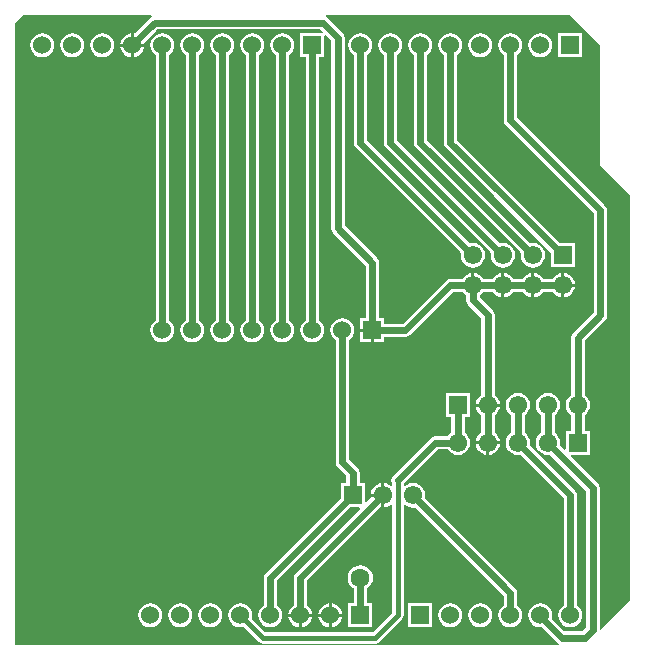
<source format=gtl>
%FSDAX43Y43*%
%MOMM*%
%SFA1B1*%

%IPPOS*%
%ADD10C,0.599999*%
%ADD11C,0.449999*%
%ADD12C,0.253999*%
%ADD13C,1.599997*%
%ADD14R,1.523997X1.523997*%
%ADD15C,1.523997*%
%ADD16C,1.549997*%
%ADD17R,1.549997X1.549997*%
%LNarduinounoshield-1*%
%LPD*%
G36*
X0096520Y0082042D02*
Y0071882D01*
X0099060Y0069342*
Y0035052*
X0096576Y0032568*
X0096449Y0032620*
Y0044577*
X0096406Y0044792*
X0096283Y0044975*
X0094019Y0047240*
X0094068Y0047357*
X0095643*
Y0049415*
X0095179*
Y0050697*
X0095348Y0050827*
X0095513Y0051042*
X0095617Y0051292*
X0095652Y0051562*
X0095617Y0051830*
X0095513Y0052080*
X0095348Y0052295*
X0095179Y0052425*
Y0057042*
X0096918Y0058782*
X0097041Y0058965*
X0097084Y0059182*
Y0068072*
X0097041Y0068287*
X0096918Y0068470*
X0089464Y0075925*
Y0081194*
X0089624Y0081316*
X0089786Y0081529*
X0089889Y0081776*
X0089924Y0082042*
X0089889Y0082306*
X0089786Y0082553*
X0089624Y0082766*
X0089411Y0082928*
X0089164Y0083031*
X0088900Y0083066*
X0088634Y0083031*
X0088387Y0082928*
X0088174Y0082766*
X0088012Y0082553*
X0087909Y0082306*
X0087874Y0082042*
X0087909Y0081776*
X0088012Y0081529*
X0088174Y0081316*
X0088334Y0081194*
Y0075692*
X0088377Y0075475*
X0088500Y0075292*
X0095954Y0067837*
Y0059415*
X0094215Y0057675*
X0094092Y0057492*
X0094049Y0057277*
Y0052425*
X0093880Y0052295*
X0093715Y0052080*
X0093611Y0051830*
X0093576Y0051562*
X0093611Y0051292*
X0093715Y0051042*
X0093880Y0050827*
X0094049Y0050697*
Y0049415*
X0093585*
Y0047840*
X0093468Y0047791*
X0093084Y0048175*
X0093112Y0048387*
X0093077Y0048655*
X0092973Y0048905*
X0092808Y0049120*
X0092639Y0049250*
Y0050697*
X0092808Y0050827*
X0092973Y0051042*
X0093077Y0051292*
X0093112Y0051562*
X0093077Y0051830*
X0092973Y0052080*
X0092808Y0052295*
X0092593Y0052460*
X0092343Y0052564*
X0092075Y0052599*
X0091805Y0052564*
X0091555Y0052460*
X0091340Y0052295*
X0091175Y0052080*
X0091071Y0051830*
X0091036Y0051562*
X0091071Y0051292*
X0091175Y0051042*
X0091340Y0050827*
X0091509Y0050697*
Y0049250*
X0091340Y0049120*
X0091175Y0048905*
X0091071Y0048655*
X0091036Y0048387*
X0091071Y0048117*
X0091175Y0047867*
X0091340Y0047652*
X0091555Y0047487*
X0091805Y0047383*
X0092075Y0047348*
X0092285Y0047376*
X0095319Y0044342*
Y0032745*
X0095015Y0032441*
X0093475*
X0092420Y0033495*
X0092429Y0033516*
X0092464Y0033782*
X0092429Y0034046*
X0092326Y0034293*
X0092164Y0034506*
X0091951Y0034668*
X0091704Y0034771*
X0091440Y0034806*
X0091174Y0034771*
X0090927Y0034668*
X0090714Y0034506*
X0090552Y0034293*
X0090449Y0034046*
X0090414Y0033782*
X0090449Y0033516*
X0090552Y0033269*
X0090714Y0033056*
X0090927Y0032894*
X0091174Y0032791*
X0091440Y0032756*
X0091547Y0032770*
X0092841Y0031477*
X0093004Y0031369*
X0092995Y0031274*
X0092983Y0031242*
X0046990*
Y0083947*
X0047625Y0084582*
X0058512*
X0058525Y0084548*
X0058534Y0084455*
X0058371Y0084345*
X0058020Y0083994*
X0057960Y0083905*
X0057095Y0083039*
X0057023Y0083049*
Y0082169*
X0057903*
X0057893Y0082241*
X0058818Y0083166*
X0058878Y0083255*
X0059004Y0083381*
X0072790*
X0072997Y0083174*
X0072948Y0083058*
X0071120*
Y0081026*
X0071570*
Y0058758*
X0071410Y0058636*
X0071248Y0058423*
X0071145Y0058176*
X0071110Y0057912*
X0071145Y0057646*
X0071248Y0057399*
X0071410Y0057186*
X0071623Y0057024*
X0071870Y0056921*
X0072136Y0056886*
X0072400Y0056921*
X0072647Y0057024*
X0072860Y0057186*
X0073022Y0057399*
X0073125Y0057646*
X0073160Y0057912*
X0073125Y0058176*
X0073022Y0058423*
X0072860Y0058636*
X0072700Y0058758*
Y0081026*
X0073152*
Y0082854*
X0073268Y0082903*
X0073729Y0082442*
Y0066548*
X0073772Y0066331*
X0073895Y0066148*
X0076650Y0063392*
Y0058928*
X0076200*
Y0058039*
X0077216*
Y0057912*
X0077343*
Y0056896*
X0078232*
Y0057346*
X0080010*
X0080225Y0057389*
X0080408Y0057512*
X0084053Y0061156*
X0084860*
X0084990Y0060987*
X0085159Y0060857*
Y0060452*
X0085202Y0060235*
X0085325Y0060052*
X0086429Y0058947*
Y0052425*
X0086260Y0052295*
X0086095Y0052080*
X0085991Y0051830*
X0085973Y0051689*
X0088015*
X0087997Y0051830*
X0087893Y0052080*
X0087728Y0052295*
X0087559Y0052425*
Y0059182*
X0087516Y0059397*
X0087393Y0059580*
X0086289Y0060685*
Y0060857*
X0086458Y0060987*
X0086588Y0061156*
X0087400*
X0087530Y0060987*
X0087745Y0060822*
X0087995Y0060718*
X0088138Y0060700*
Y0061722*
Y0062742*
X0087995Y0062724*
X0087745Y0062620*
X0087530Y0062455*
X0087400Y0062286*
X0086588*
X0086458Y0062455*
X0086243Y0062620*
X0085993Y0062724*
X0085852Y0062742*
Y0061722*
X0085598*
Y0062742*
X0085455Y0062724*
X0085205Y0062620*
X0084990Y0062455*
X0084860Y0062286*
X0083820*
X0083603Y0062243*
X0083420Y0062120*
X0079775Y0058476*
X0078232*
Y0058928*
X0077780*
Y0063627*
X0077737Y0063842*
X0077614Y0064025*
X0074859Y0066781*
Y0082677*
X0074816Y0082892*
X0074693Y0083075*
X0073423Y0084345*
X0073261Y0084455*
X0073270Y0084548*
X0073282Y0084582*
X0093980*
X0096520Y0082042*
G37*
%LNarduinounoshield-2*%
%LPC*%
G36*
X0056769Y0083049D02*
X0056630Y0083031D01*
X0056383Y0082928*
X0056170Y0082766*
X0056008Y0082553*
X0055905Y0082306*
X0055887Y0082169*
X0056769*
Y0083049*
G37*
G36*
X0057903Y0081915D02*
X0057023D01*
Y0081033*
X0057160Y0081051*
X0057407Y0081154*
X0057620Y0081316*
X0057782Y0081529*
X0057885Y0081776*
X0057903Y0081915*
G37*
G36*
X0056769D02*
X0055887D01*
X0055905Y0081776*
X0056008Y0081529*
X0056170Y0081316*
X0056383Y0081154*
X0056630Y0081051*
X0056769Y0081033*
Y0081915*
G37*
G36*
X0094996Y0083058D02*
X0092964D01*
Y0081026*
X0094996*
Y0083058*
G37*
G36*
X0091440Y0083066D02*
X0091174Y0083031D01*
X0090927Y0082928*
X0090714Y0082766*
X0090552Y0082553*
X0090449Y0082306*
X0090414Y0082042*
X0090449Y0081776*
X0090552Y0081529*
X0090714Y0081316*
X0090927Y0081154*
X0091174Y0081051*
X0091440Y0081016*
X0091704Y0081051*
X0091951Y0081154*
X0092164Y0081316*
X0092326Y0081529*
X0092429Y0081776*
X0092464Y0082042*
X0092429Y0082306*
X0092326Y0082553*
X0092164Y0082766*
X0091951Y0082928*
X0091704Y0083031*
X0091440Y0083066*
G37*
G36*
X0086360D02*
X0086094Y0083031D01*
X0085847Y0082928*
X0085634Y0082766*
X0085472Y0082553*
X0085369Y0082306*
X0085334Y0082042*
X0085369Y0081776*
X0085472Y0081529*
X0085634Y0081316*
X0085847Y0081154*
X0086094Y0081051*
X0086360Y0081016*
X0086624Y0081051*
X0086871Y0081154*
X0087084Y0081316*
X0087246Y0081529*
X0087349Y0081776*
X0087384Y0082042*
X0087349Y0082306*
X0087246Y0082553*
X0087084Y0082766*
X0086871Y0082928*
X0086624Y0083031*
X0086360Y0083066*
G37*
G36*
X0054356D02*
X0054090Y0083031D01*
X0053843Y0082928*
X0053630Y0082766*
X0053468Y0082553*
X0053365Y0082306*
X0053330Y0082042*
X0053365Y0081776*
X0053468Y0081529*
X0053630Y0081316*
X0053843Y0081154*
X0054090Y0081051*
X0054356Y0081016*
X0054620Y0081051*
X0054867Y0081154*
X0055080Y0081316*
X0055242Y0081529*
X0055345Y0081776*
X0055380Y0082042*
X0055345Y0082306*
X0055242Y0082553*
X0055080Y0082766*
X0054867Y0082928*
X0054620Y0083031*
X0054356Y0083066*
G37*
G36*
X0051816D02*
X0051550Y0083031D01*
X0051303Y0082928*
X0051090Y0082766*
X0050928Y0082553*
X0050825Y0082306*
X0050790Y0082042*
X0050825Y0081776*
X0050928Y0081529*
X0051090Y0081316*
X0051303Y0081154*
X0051550Y0081051*
X0051816Y0081016*
X0052080Y0081051*
X0052327Y0081154*
X0052540Y0081316*
X0052702Y0081529*
X0052805Y0081776*
X0052840Y0082042*
X0052805Y0082306*
X0052702Y0082553*
X0052540Y0082766*
X0052327Y0082928*
X0052080Y0083031*
X0051816Y0083066*
G37*
G36*
X0049276D02*
X0049010Y0083031D01*
X0048763Y0082928*
X0048550Y0082766*
X0048388Y0082553*
X0048285Y0082306*
X0048250Y0082042*
X0048285Y0081776*
X0048388Y0081529*
X0048550Y0081316*
X0048763Y0081154*
X0049010Y0081051*
X0049276Y0081016*
X0049540Y0081051*
X0049787Y0081154*
X0050000Y0081316*
X0050162Y0081529*
X0050265Y0081776*
X0050300Y0082042*
X0050265Y0082306*
X0050162Y0082553*
X0050000Y0082766*
X0049787Y0082928*
X0049540Y0083031*
X0049276Y0083066*
G37*
G36*
X0083820D02*
X0083554Y0083031D01*
X0083307Y0082928*
X0083094Y0082766*
X0082932Y0082553*
X0082829Y0082306*
X0082794Y0082042*
X0082829Y0081776*
X0082932Y0081529*
X0083094Y0081316*
X0083254Y0081194*
Y0073787*
X0083297Y0073570*
X0083420Y0073387*
X0087547Y0069259*
X0092315Y0064491*
Y0063232*
X0094373*
Y0065290*
X0093114*
X0088346Y0070058*
X0084384Y0074020*
Y0081194*
X0084544Y0081316*
X0084706Y0081529*
X0084809Y0081776*
X0084844Y0082042*
X0084809Y0082306*
X0084706Y0082553*
X0084544Y0082766*
X0084331Y0082928*
X0084084Y0083031*
X0083820Y0083066*
G37*
G36*
X0081280D02*
X0081014Y0083031D01*
X0080767Y0082928*
X0080554Y0082766*
X0080392Y0082553*
X0080289Y0082306*
X0080254Y0082042*
X0080289Y0081776*
X0080392Y0081529*
X0080554Y0081316*
X0080714Y0081194*
Y0073787*
X0080757Y0073570*
X0080880Y0073387*
X0089794Y0064472*
X0089766Y0064262*
X0089801Y0063992*
X0089905Y0063742*
X0090070Y0063527*
X0090285Y0063362*
X0090535Y0063258*
X0090805Y0063223*
X0091073Y0063258*
X0091323Y0063362*
X0091538Y0063527*
X0091703Y0063742*
X0091807Y0063992*
X0091842Y0064262*
X0091807Y0064530*
X0091703Y0064780*
X0091538Y0064995*
X0091323Y0065160*
X0091073Y0065264*
X0090805Y0065299*
X0090593Y0065271*
X0081844Y0074020*
Y0081194*
X0082004Y0081316*
X0082166Y0081529*
X0082269Y0081776*
X0082304Y0082042*
X0082269Y0082306*
X0082166Y0082553*
X0082004Y0082766*
X0081791Y0082928*
X0081544Y0083031*
X0081280Y0083066*
G37*
G36*
X0078740D02*
X0078474Y0083031D01*
X0078227Y0082928*
X0078014Y0082766*
X0077852Y0082553*
X0077749Y0082306*
X0077714Y0082042*
X0077749Y0081776*
X0077852Y0081529*
X0078014Y0081316*
X0078174Y0081194*
Y0073787*
X0078217Y0073570*
X0078340Y0073387*
X0087254Y0064472*
X0087226Y0064262*
X0087261Y0063992*
X0087365Y0063742*
X0087530Y0063527*
X0087745Y0063362*
X0087995Y0063258*
X0088265Y0063223*
X0088533Y0063258*
X0088783Y0063362*
X0088998Y0063527*
X0089163Y0063742*
X0089267Y0063992*
X0089302Y0064262*
X0089267Y0064530*
X0089163Y0064780*
X0088998Y0064995*
X0088783Y0065160*
X0088533Y0065264*
X0088265Y0065299*
X0088053Y0065271*
X0079304Y0074020*
Y0081194*
X0079464Y0081316*
X0079626Y0081529*
X0079729Y0081776*
X0079764Y0082042*
X0079729Y0082306*
X0079626Y0082553*
X0079464Y0082766*
X0079251Y0082928*
X0079004Y0083031*
X0078740Y0083066*
G37*
G36*
X0076200D02*
X0075934Y0083031D01*
X0075687Y0082928*
X0075474Y0082766*
X0075312Y0082553*
X0075209Y0082306*
X0075174Y0082042*
X0075209Y0081776*
X0075312Y0081529*
X0075474Y0081316*
X0075634Y0081194*
Y0073787*
X0075677Y0073570*
X0075800Y0073387*
X0084714Y0064472*
X0084686Y0064262*
X0084721Y0063992*
X0084825Y0063742*
X0084990Y0063527*
X0085205Y0063362*
X0085455Y0063258*
X0085725Y0063223*
X0085993Y0063258*
X0086243Y0063362*
X0086458Y0063527*
X0086623Y0063742*
X0086727Y0063992*
X0086762Y0064262*
X0086727Y0064530*
X0086623Y0064780*
X0086458Y0064995*
X0086243Y0065160*
X0085993Y0065264*
X0085725Y0065299*
X0085513Y0065271*
X0076764Y0074020*
Y0081194*
X0076924Y0081316*
X0077086Y0081529*
X0077189Y0081776*
X0077224Y0082042*
X0077189Y0082306*
X0077086Y0082553*
X0076924Y0082766*
X0076711Y0082928*
X0076464Y0083031*
X0076200Y0083066*
G37*
G36*
X0093218Y0062742D02*
X0093075Y0062724D01*
X0092825Y0062620*
X0092610Y0062455*
X0092480Y0062286*
X0091668*
X0091538Y0062455*
X0091323Y0062620*
X0091073Y0062724*
X0090932Y0062742*
Y0061722*
Y0060700*
X0091073Y0060718*
X0091323Y0060822*
X0091538Y0060987*
X0091668Y0061156*
X0092480*
X0092610Y0060987*
X0092825Y0060822*
X0093075Y0060718*
X0093218Y0060700*
Y0061722*
Y0062742*
G37*
G36*
X0090678D02*
X0090535Y0062724D01*
X0090285Y0062620*
X0090070Y0062455*
X0089940Y0062286*
X0089128*
X0088998Y0062455*
X0088783Y0062620*
X0088533Y0062724*
X0088392Y0062742*
Y0061722*
Y0060700*
X0088533Y0060718*
X0088783Y0060822*
X0088998Y0060987*
X0089128Y0061156*
X0089940*
X0090070Y0060987*
X0090285Y0060822*
X0090535Y0060718*
X0090678Y0060700*
Y0061722*
Y0062742*
G37*
G36*
X0093472D02*
Y0061849D01*
X0094365*
X0094347Y0061990*
X0094243Y0062240*
X0094078Y0062455*
X0093863Y0062620*
X0093613Y0062724*
X0093472Y0062742*
G37*
G36*
X0094365Y0061595D02*
X0093472D01*
Y0060700*
X0093613Y0060718*
X0093863Y0060822*
X0094078Y0060987*
X0094243Y0061202*
X0094347Y0061452*
X0094365Y0061595*
G37*
G36*
X0077089Y0057785D02*
X0076200D01*
Y0056896*
X0077089*
Y0057785*
G37*
G36*
X0069596Y0083066D02*
X0069330Y0083031D01*
X0069083Y0082928*
X0068870Y0082766*
X0068708Y0082553*
X0068605Y0082306*
X0068570Y0082042*
X0068605Y0081776*
X0068708Y0081529*
X0068870Y0081316*
X0069030Y0081194*
Y0058758*
X0068870Y0058636*
X0068708Y0058423*
X0068605Y0058176*
X0068570Y0057912*
X0068605Y0057646*
X0068708Y0057399*
X0068870Y0057186*
X0069083Y0057024*
X0069330Y0056921*
X0069596Y0056886*
X0069860Y0056921*
X0070107Y0057024*
X0070320Y0057186*
X0070482Y0057399*
X0070585Y0057646*
X0070620Y0057912*
X0070585Y0058176*
X0070482Y0058423*
X0070320Y0058636*
X0070160Y0058758*
Y0081194*
X0070320Y0081316*
X0070482Y0081529*
X0070585Y0081776*
X0070620Y0082042*
X0070585Y0082306*
X0070482Y0082553*
X0070320Y0082766*
X0070107Y0082928*
X0069860Y0083031*
X0069596Y0083066*
G37*
G36*
X0067056D02*
X0066790Y0083031D01*
X0066543Y0082928*
X0066330Y0082766*
X0066168Y0082553*
X0066065Y0082306*
X0066030Y0082042*
X0066065Y0081776*
X0066168Y0081529*
X0066330Y0081316*
X0066490Y0081194*
Y0058758*
X0066330Y0058636*
X0066168Y0058423*
X0066065Y0058176*
X0066030Y0057912*
X0066065Y0057646*
X0066168Y0057399*
X0066330Y0057186*
X0066543Y0057024*
X0066790Y0056921*
X0067056Y0056886*
X0067320Y0056921*
X0067567Y0057024*
X0067780Y0057186*
X0067942Y0057399*
X0068045Y0057646*
X0068080Y0057912*
X0068045Y0058176*
X0067942Y0058423*
X0067780Y0058636*
X0067620Y0058758*
Y0081194*
X0067780Y0081316*
X0067942Y0081529*
X0068045Y0081776*
X0068080Y0082042*
X0068045Y0082306*
X0067942Y0082553*
X0067780Y0082766*
X0067567Y0082928*
X0067320Y0083031*
X0067056Y0083066*
G37*
G36*
X0064516D02*
X0064250Y0083031D01*
X0064003Y0082928*
X0063790Y0082766*
X0063628Y0082553*
X0063525Y0082306*
X0063490Y0082042*
X0063525Y0081776*
X0063628Y0081529*
X0063790Y0081316*
X0063950Y0081194*
Y0058758*
X0063790Y0058636*
X0063628Y0058423*
X0063525Y0058176*
X0063490Y0057912*
X0063525Y0057646*
X0063628Y0057399*
X0063790Y0057186*
X0064003Y0057024*
X0064250Y0056921*
X0064516Y0056886*
X0064780Y0056921*
X0065027Y0057024*
X0065240Y0057186*
X0065402Y0057399*
X0065505Y0057646*
X0065540Y0057912*
X0065505Y0058176*
X0065402Y0058423*
X0065240Y0058636*
X0065080Y0058758*
Y0081194*
X0065240Y0081316*
X0065402Y0081529*
X0065505Y0081776*
X0065540Y0082042*
X0065505Y0082306*
X0065402Y0082553*
X0065240Y0082766*
X0065027Y0082928*
X0064780Y0083031*
X0064516Y0083066*
G37*
G36*
X0061976D02*
X0061710Y0083031D01*
X0061463Y0082928*
X0061250Y0082766*
X0061088Y0082553*
X0060985Y0082306*
X0060950Y0082042*
X0060985Y0081776*
X0061088Y0081529*
X0061250Y0081316*
X0061410Y0081194*
Y0058758*
X0061250Y0058636*
X0061088Y0058423*
X0060985Y0058176*
X0060950Y0057912*
X0060985Y0057646*
X0061088Y0057399*
X0061250Y0057186*
X0061463Y0057024*
X0061710Y0056921*
X0061976Y0056886*
X0062240Y0056921*
X0062487Y0057024*
X0062700Y0057186*
X0062862Y0057399*
X0062965Y0057646*
X0063000Y0057912*
X0062965Y0058176*
X0062862Y0058423*
X0062700Y0058636*
X0062540Y0058758*
Y0081194*
X0062700Y0081316*
X0062862Y0081529*
X0062965Y0081776*
X0063000Y0082042*
X0062965Y0082306*
X0062862Y0082553*
X0062700Y0082766*
X0062487Y0082928*
X0062240Y0083031*
X0061976Y0083066*
G37*
G36*
X0059436D02*
X0059170Y0083031D01*
X0058923Y0082928*
X0058710Y0082766*
X0058548Y0082553*
X0058445Y0082306*
X0058410Y0082042*
X0058445Y0081776*
X0058548Y0081529*
X0058710Y0081316*
X0058870Y0081194*
Y0058758*
X0058710Y0058636*
X0058548Y0058423*
X0058445Y0058176*
X0058410Y0057912*
X0058445Y0057646*
X0058548Y0057399*
X0058710Y0057186*
X0058923Y0057024*
X0059170Y0056921*
X0059436Y0056886*
X0059700Y0056921*
X0059947Y0057024*
X0060160Y0057186*
X0060322Y0057399*
X0060425Y0057646*
X0060460Y0057912*
X0060425Y0058176*
X0060322Y0058423*
X0060160Y0058636*
X0060000Y0058758*
Y0081194*
X0060160Y0081316*
X0060322Y0081529*
X0060425Y0081776*
X0060460Y0082042*
X0060425Y0082306*
X0060322Y0082553*
X0060160Y0082766*
X0059947Y0082928*
X0059700Y0083031*
X0059436Y0083066*
G37*
G36*
X0085483Y0052590D02*
X0083425D01*
Y0050532*
X0083889*
Y0049250*
X0083720Y0049120*
X0083590Y0048951*
X0082550*
X0082333Y0048908*
X0082150Y0048785*
X0078975Y0045610*
X0078852Y0045427*
X0078809Y0045212*
X0078852Y0044995*
X0078886Y0044945*
Y0044798*
X0078759Y0044736*
X0078623Y0044840*
X0078373Y0044944*
X0078232Y0044962*
Y0043942*
Y0042920*
X0078373Y0042938*
X0078623Y0043042*
X0078759Y0043146*
X0078886Y0043084*
Y0033983*
X0077267Y0032364*
X0068146*
X0067019Y0033492*
X0067029Y0033516*
X0067064Y0033782*
X0067029Y0034046*
X0066926Y0034293*
X0066764Y0034506*
X0066551Y0034668*
X0066304Y0034771*
X0066040Y0034806*
X0065774Y0034771*
X0065527Y0034668*
X0065314Y0034506*
X0065152Y0034293*
X0065049Y0034046*
X0065014Y0033782*
X0065049Y0033516*
X0065152Y0033269*
X0065314Y0033056*
X0065527Y0032894*
X0065774Y0032791*
X0066040Y0032756*
X0066304Y0032791*
X0066328Y0032801*
X0067599Y0031531*
X0067757Y0031425*
X0067945Y0031388*
X0077470*
X0077656Y0031425*
X0077814Y0031531*
X0079719Y0033436*
X0079825Y0033594*
X0079862Y0033782*
Y0043084*
X0079989Y0043146*
X0080125Y0043042*
X0080375Y0042938*
X0080645Y0042903*
X0080855Y0042931*
X0088334Y0035452*
Y0034628*
X0088174Y0034506*
X0088012Y0034293*
X0087909Y0034046*
X0087874Y0033782*
X0087909Y0033516*
X0088012Y0033269*
X0088174Y0033056*
X0088387Y0032894*
X0088634Y0032791*
X0088900Y0032756*
X0089164Y0032791*
X0089411Y0032894*
X0089624Y0033056*
X0089786Y0033269*
X0089889Y0033516*
X0089924Y0033782*
X0089889Y0034046*
X0089786Y0034293*
X0089624Y0034506*
X0089464Y0034628*
Y0035687*
X0089421Y0035902*
X0089298Y0036085*
X0081654Y0043730*
X0081682Y0043942*
X0081647Y0044210*
X0081543Y0044460*
X0081378Y0044675*
X0081163Y0044840*
X0080913Y0044944*
X0080645Y0044979*
X0080375Y0044944*
X0080125Y0044840*
X0080000Y0044744*
X0079889Y0044796*
X0079877Y0044915*
X0082783Y0047821*
X0083590*
X0083720Y0047652*
X0083935Y0047487*
X0084185Y0047383*
X0084455Y0047348*
X0084723Y0047383*
X0084973Y0047487*
X0085188Y0047652*
X0085353Y0047867*
X0085457Y0048117*
X0085492Y0048387*
X0085457Y0048655*
X0085353Y0048905*
X0085188Y0049120*
X0085019Y0049250*
Y0050532*
X0085483*
Y0052590*
G37*
G36*
X0088015Y0051435D02*
X0085973D01*
X0085991Y0051292*
X0086095Y0051042*
X0086260Y0050827*
X0086429Y0050697*
Y0049250*
X0086260Y0049120*
X0086095Y0048905*
X0085991Y0048655*
X0085973Y0048514*
X0086995*
X0088015*
X0087997Y0048655*
X0087893Y0048905*
X0087728Y0049120*
X0087559Y0049250*
Y0050697*
X0087728Y0050827*
X0087893Y0051042*
X0087997Y0051292*
X0088015Y0051435*
G37*
G36*
Y0048260D02*
X0087122D01*
Y0047365*
X0087263Y0047383*
X0087513Y0047487*
X0087728Y0047652*
X0087893Y0047867*
X0087997Y0048117*
X0088015Y0048260*
G37*
G36*
X0086868D02*
X0085973D01*
X0085991Y0048117*
X0086095Y0047867*
X0086260Y0047652*
X0086475Y0047487*
X0086725Y0047383*
X0086868Y0047365*
Y0048260*
G37*
G36*
X0077978Y0044962D02*
X0077835Y0044944D01*
X0077585Y0044840*
X0077370Y0044675*
X0077205Y0044460*
X0077101Y0044210*
X0077083Y0044069*
X0077978*
Y0044962*
G37*
G36*
X0074676Y0058936D02*
X0074410Y0058901D01*
X0074163Y0058798*
X0073950Y0058636*
X0073788Y0058423*
X0073685Y0058176*
X0073650Y0057912*
X0073685Y0057646*
X0073788Y0057399*
X0073950Y0057186*
X0074110Y0057064*
Y0046736*
X0074153Y0046519*
X0074276Y0046336*
X0074999Y0045612*
Y0044970*
X0074535*
Y0043711*
X0068180Y0037355*
X0068057Y0037172*
X0068014Y0036957*
Y0034628*
X0067854Y0034506*
X0067692Y0034293*
X0067589Y0034046*
X0067554Y0033782*
X0067589Y0033516*
X0067692Y0033269*
X0067854Y0033056*
X0068067Y0032894*
X0068314Y0032791*
X0068580Y0032756*
X0068844Y0032791*
X0069091Y0032894*
X0069304Y0033056*
X0069466Y0033269*
X0069569Y0033516*
X0069604Y0033782*
X0069569Y0034046*
X0069466Y0034293*
X0069304Y0034506*
X0069144Y0034628*
Y0036722*
X0075334Y0042912*
X0076110*
X0076159Y0042795*
X0070720Y0037355*
X0070597Y0037172*
X0070554Y0036957*
Y0034628*
X0070394Y0034506*
X0070232Y0034293*
X0070129Y0034046*
X0070111Y0033909*
X0071120*
X0072127*
X0072109Y0034046*
X0072006Y0034293*
X0071844Y0034506*
X0071684Y0034628*
Y0036722*
X0077893Y0042931*
X0077978Y0042920*
Y0043815*
X0077083*
X0077094Y0043730*
X0076710Y0043346*
X0076593Y0043395*
Y0044970*
X0076129*
Y0045847*
X0076086Y0046062*
X0075963Y0046245*
X0075240Y0046969*
Y0057064*
X0075400Y0057186*
X0075562Y0057399*
X0075665Y0057646*
X0075700Y0057912*
X0075665Y0058176*
X0075562Y0058423*
X0075400Y0058636*
X0075187Y0058798*
X0074940Y0058901*
X0074676Y0058936*
G37*
G36*
X0073787Y0034789D02*
Y0033909D01*
X0074667*
X0074649Y0034046*
X0074546Y0034293*
X0074384Y0034506*
X0074171Y0034668*
X0073924Y0034771*
X0073787Y0034789*
G37*
G36*
X0073533D02*
X0073394Y0034771D01*
X0073147Y0034668*
X0072934Y0034506*
X0072772Y0034293*
X0072669Y0034046*
X0072651Y0033909*
X0073533*
Y0034789*
G37*
G36*
X0074667Y0033655D02*
X0073787D01*
Y0032773*
X0073924Y0032791*
X0074171Y0032894*
X0074384Y0033056*
X0074546Y0033269*
X0074649Y0033516*
X0074667Y0033655*
G37*
G36*
X0072127D02*
X0071247D01*
Y0032773*
X0071384Y0032791*
X0071631Y0032894*
X0071844Y0033056*
X0072006Y0033269*
X0072109Y0033516*
X0072127Y0033655*
G37*
G36*
X0073533D02*
X0072651D01*
X0072669Y0033516*
X0072772Y0033269*
X0072934Y0033056*
X0073147Y0032894*
X0073394Y0032791*
X0073533Y0032773*
Y0033655*
G37*
G36*
X0070993D02*
X0070111D01*
X0070129Y0033516*
X0070232Y0033269*
X0070394Y0033056*
X0070607Y0032894*
X0070854Y0032791*
X0070993Y0032773*
Y0033655*
G37*
G36*
X0082296Y0034798D02*
X0080264D01*
Y0032766*
X0082296*
Y0034798*
G37*
G36*
X0076200Y0038019D02*
X0075924Y0037983D01*
X0075667Y0037877*
X0075447Y0037708*
X0075278Y0037488*
X0075172Y0037231*
X0075136Y0036957*
X0075172Y0036681*
X0075278Y0036424*
X0075447Y0036204*
X0075634Y0036061*
Y0034798*
X0075184*
Y0032766*
X0077216*
Y0034798*
X0076764*
Y0036061*
X0076951Y0036204*
X0077120Y0036424*
X0077226Y0036681*
X0077262Y0036957*
X0077226Y0037231*
X0077120Y0037488*
X0076951Y0037708*
X0076731Y0037877*
X0076474Y0037983*
X0076200Y0038019*
G37*
G36*
X0089535Y0052599D02*
X0089265Y0052564D01*
X0089015Y0052460*
X0088800Y0052295*
X0088635Y0052080*
X0088531Y0051830*
X0088496Y0051562*
X0088531Y0051292*
X0088635Y0051042*
X0088800Y0050827*
X0088969Y0050697*
Y0049250*
X0088800Y0049120*
X0088635Y0048905*
X0088531Y0048655*
X0088496Y0048387*
X0088531Y0048117*
X0088635Y0047867*
X0088800Y0047652*
X0089015Y0047487*
X0089265Y0047383*
X0089535Y0047348*
X0089745Y0047376*
X0093414Y0043707*
Y0034628*
X0093254Y0034506*
X0093092Y0034293*
X0092989Y0034046*
X0092954Y0033782*
X0092989Y0033516*
X0093092Y0033269*
X0093254Y0033056*
X0093467Y0032894*
X0093714Y0032791*
X0093980Y0032756*
X0094244Y0032791*
X0094491Y0032894*
X0094704Y0033056*
X0094866Y0033269*
X0094969Y0033516*
X0095004Y0033782*
X0094969Y0034046*
X0094866Y0034293*
X0094704Y0034506*
X0094544Y0034628*
Y0043942*
X0094501Y0044157*
X0094378Y0044340*
X0090544Y0048175*
X0090572Y0048387*
X0090537Y0048655*
X0090433Y0048905*
X0090268Y0049120*
X0090099Y0049250*
Y0050697*
X0090268Y0050827*
X0090433Y0051042*
X0090537Y0051292*
X0090572Y0051562*
X0090537Y0051830*
X0090433Y0052080*
X0090268Y0052295*
X0090053Y0052460*
X0089803Y0052564*
X0089535Y0052599*
G37*
G36*
X0086360Y0034806D02*
X0086094Y0034771D01*
X0085847Y0034668*
X0085634Y0034506*
X0085472Y0034293*
X0085369Y0034046*
X0085334Y0033782*
X0085369Y0033516*
X0085472Y0033269*
X0085634Y0033056*
X0085847Y0032894*
X0086094Y0032791*
X0086360Y0032756*
X0086624Y0032791*
X0086871Y0032894*
X0087084Y0033056*
X0087246Y0033269*
X0087349Y0033516*
X0087384Y0033782*
X0087349Y0034046*
X0087246Y0034293*
X0087084Y0034506*
X0086871Y0034668*
X0086624Y0034771*
X0086360Y0034806*
G37*
G36*
X0083820D02*
X0083554Y0034771D01*
X0083307Y0034668*
X0083094Y0034506*
X0082932Y0034293*
X0082829Y0034046*
X0082794Y0033782*
X0082829Y0033516*
X0082932Y0033269*
X0083094Y0033056*
X0083307Y0032894*
X0083554Y0032791*
X0083820Y0032756*
X0084084Y0032791*
X0084331Y0032894*
X0084544Y0033056*
X0084706Y0033269*
X0084809Y0033516*
X0084844Y0033782*
X0084809Y0034046*
X0084706Y0034293*
X0084544Y0034506*
X0084331Y0034668*
X0084084Y0034771*
X0083820Y0034806*
G37*
G36*
X0063500D02*
X0063234Y0034771D01*
X0062987Y0034668*
X0062774Y0034506*
X0062612Y0034293*
X0062509Y0034046*
X0062474Y0033782*
X0062509Y0033516*
X0062612Y0033269*
X0062774Y0033056*
X0062987Y0032894*
X0063234Y0032791*
X0063500Y0032756*
X0063764Y0032791*
X0064011Y0032894*
X0064224Y0033056*
X0064386Y0033269*
X0064489Y0033516*
X0064524Y0033782*
X0064489Y0034046*
X0064386Y0034293*
X0064224Y0034506*
X0064011Y0034668*
X0063764Y0034771*
X0063500Y0034806*
G37*
G36*
X0060960D02*
X0060694Y0034771D01*
X0060447Y0034668*
X0060234Y0034506*
X0060072Y0034293*
X0059969Y0034046*
X0059934Y0033782*
X0059969Y0033516*
X0060072Y0033269*
X0060234Y0033056*
X0060447Y0032894*
X0060694Y0032791*
X0060960Y0032756*
X0061224Y0032791*
X0061471Y0032894*
X0061684Y0033056*
X0061846Y0033269*
X0061949Y0033516*
X0061984Y0033782*
X0061949Y0034046*
X0061846Y0034293*
X0061684Y0034506*
X0061471Y0034668*
X0061224Y0034771*
X0060960Y0034806*
G37*
G36*
X0058420D02*
X0058154Y0034771D01*
X0057907Y0034668*
X0057694Y0034506*
X0057532Y0034293*
X0057429Y0034046*
X0057394Y0033782*
X0057429Y0033516*
X0057532Y0033269*
X0057694Y0033056*
X0057907Y0032894*
X0058154Y0032791*
X0058420Y0032756*
X0058684Y0032791*
X0058931Y0032894*
X0059144Y0033056*
X0059306Y0033269*
X0059409Y0033516*
X0059444Y0033782*
X0059409Y0034046*
X0059306Y0034293*
X0059144Y0034506*
X0058931Y0034668*
X0058684Y0034771*
X0058420Y0034806*
G37*
%LNarduinounoshield-3*%
%LPD*%
G54D10*
X0079375Y0045212D02*
X0082550Y0048387D01*
X0084455*
X0077216Y0057912D02*
X0080010D01*
X0083820Y0061722*
X0085725*
Y0060452D02*
Y0061722D01*
Y0060452D02*
X0086995Y0059182D01*
Y0051562D02*
Y0059182D01*
X0093241Y0031877D02*
X0095250D01*
X0091440Y0033678D02*
X0093241Y0031877D01*
X0094615Y0048387D02*
Y0051562D01*
X0092075Y0048387D02*
Y0051562D01*
X0089535Y0048387D02*
Y0051562D01*
X0086995Y0048387D02*
Y0051562D01*
X0084455Y0048387D02*
Y0051562D01*
X0094615D02*
Y0057277D01*
X0096520Y0059182*
Y0068072*
X0088900Y0075692D02*
X0096520Y0068072D01*
X0088900Y0075692D02*
Y0082042D01*
X0085725Y0061722D02*
X0088265D01*
X0090805*
X0093345*
X0093980Y0033782D02*
Y0043942D01*
X0089535Y0048387D02*
X0093980Y0043942D01*
X0095250Y0031877D02*
X0095885Y0032512D01*
Y0044577*
X0092075Y0048387D02*
X0095885Y0044577D01*
X0088900Y0033782D02*
Y0035687D01*
X0080645Y0043942D02*
X0088900Y0035687D01*
X0056896Y0082042D02*
X0058420Y0083566D01*
Y0083595*
X0058770Y0083947*
X0073025*
X0074295Y0082677*
X0076200Y0033782D02*
Y0036957D01*
X0071120Y0033782D02*
Y0036957D01*
X0078105Y0043942*
X0068580Y0033782D02*
Y0036957D01*
X0075565Y0043942*
X0074676Y0046736D02*
X0075565Y0045847D01*
Y0043942D02*
Y0045847D01*
X0074676Y0046736D02*
Y0057912D01*
X0074295Y0066548D02*
Y0082677D01*
Y0066548D02*
X0077216Y0063627D01*
Y0057912D02*
Y0063627D01*
X0087947Y0069659D02*
X0093345Y0064262D01*
X0081280Y0073787D02*
X0090805Y0064262D01*
X0083820Y0073787D02*
X0087947Y0069659D01*
X0078740Y0073787D02*
X0087947Y0064578D01*
X0076200Y0073787D02*
X0085407Y0064578D01*
X0083820Y0073787D02*
Y0082042D01*
X0081280Y0073787D02*
Y0082042D01*
X0078740Y0073787D02*
Y0082042D01*
X0076200Y0073787D02*
Y0082042D01*
X0072136Y0057912D02*
Y0082042D01*
X0069596Y0057912D02*
Y0082042D01*
X0067056Y0057912D02*
Y0082042D01*
X0064516Y0057912D02*
Y0082042D01*
X0061976Y0057912D02*
Y0082042D01*
X0059436Y0057912D02*
Y0082042D01*
G54D11*
X0067945Y0031877D02*
X0077470D01*
X0066040Y0033782D02*
X0067945Y0031877D01*
X0077470D02*
X0079375Y0033782D01*
Y0045212*
G54D12*
X0091440Y0033678D02*
Y0033782D01*
X0087947Y0069659D02*
D01*
X0090805Y0064262D02*
D01*
X0087947D02*
Y0064578D01*
X0085407Y0064262D02*
Y0064578D01*
G54D13*
X0076200Y0036957D03*
G54D14*
X0077216Y0057912D03*
X0076200Y0033782D03*
X0093980Y0082042D03*
X0072136D03*
X0081280Y0033782D03*
G54D15*
X0069596Y0057912D03*
X0067056D03*
X0064516D03*
X0061976D03*
X0059436D03*
X0074676D03*
X0072136D03*
X0071120Y0033782D03*
X0073660D03*
X0058420D03*
X0060960D03*
X0063500D03*
X0066040D03*
X0068580D03*
X0088900Y0082042D03*
X0091440D03*
X0076200D03*
X0078740D03*
X0081280D03*
X0083820D03*
X0086360D03*
X0049276D03*
X0051816D03*
X0054356D03*
X0056896D03*
X0059436D03*
X0061976D03*
X0064516D03*
X0067056D03*
X0069596D03*
X0093980Y0033782D03*
X0091440D03*
X0088900D03*
X0086360D03*
X0083820D03*
G54D16*
X0084455Y0048387D03*
X0086995D03*
X0089535D03*
X0092075D03*
X0080645Y0043942D03*
X0078105D03*
X0086995Y0051562D03*
X0089535D03*
X0092075D03*
X0094615D03*
X0085725Y0061722D03*
Y0064262D03*
X0088265Y0061722D03*
X0090805D03*
X0088265Y0064262D03*
X0090805D03*
X0093345Y0061722D03*
G54D17*
X0094615Y0048387D03*
X0075565Y0043942D03*
X0084455Y0051562D03*
X0093345Y0064262D03*
M02*
</source>
